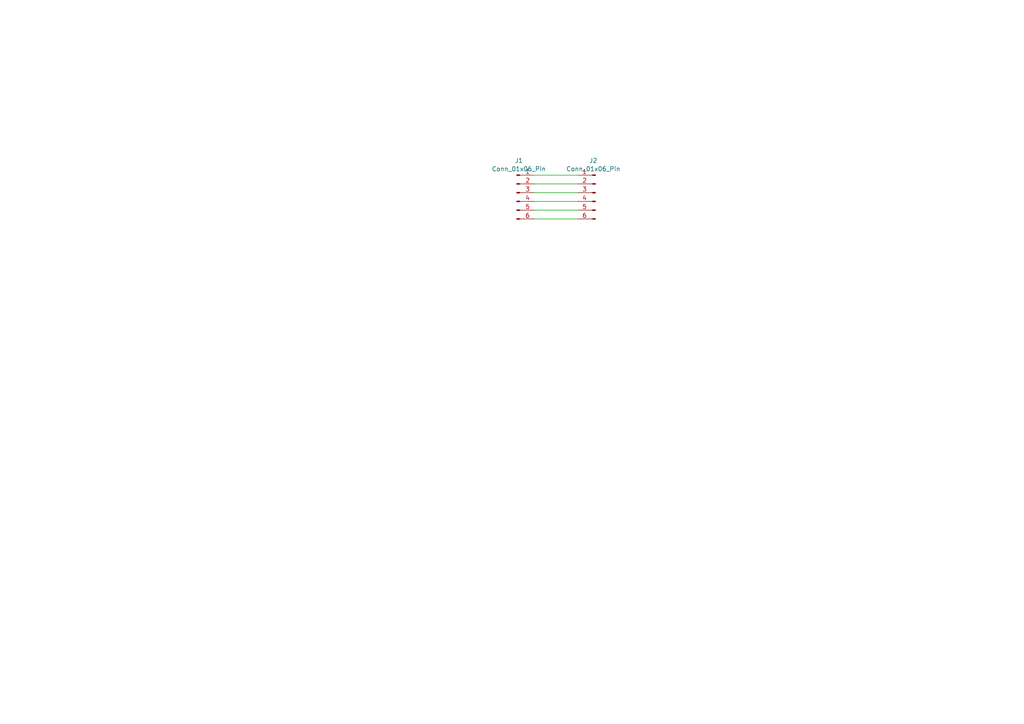
<source format=kicad_sch>
(kicad_sch (version 20230121) (generator eeschema)
  (paper "A4")
  (title_block (title "1088 PS2 single height connector loft") (date "2024-02-11") (rev "1") (company "Decent Consulting"))
  (lib_symbols
    (symbol "Connector:Conn_01x06_Pin" (pin_names (offset 1.016) hide)
      (property "Reference" "J" (at 0 7.62 0))
      (property "Value" "Conn_01x06_Pin" (at 0 -10.16 0))
      (symbol "Conn_01x06_Pin_1_1"
        (polyline (pts (xy 1.27 -7.62) (xy 0.8636 -7.62)) (stroke (width 0.1524)))
        (polyline (pts (xy 1.27 -5.08) (xy 0.8636 -5.08)) (stroke (width 0.1524)))
        (polyline (pts (xy 1.27 -2.54) (xy 0.8636 -2.54)) (stroke (width 0.1524)))
        (polyline (pts (xy 1.27 0) (xy 0.8636 0)) (stroke (width 0.1524)))
        (polyline (pts (xy 1.27 2.54) (xy 0.8636 2.54)) (stroke (width 0.1524)))
        (polyline (pts (xy 1.27 5.08) (xy 0.8636 5.08)) (stroke (width 0.1524)))
        (rectangle (start 0.8636 -7.493) (end 0 -7.747) (stroke (width 0.1524)) (fill (type outline)))
        (rectangle (start 0.8636 -4.953) (end 0 -5.207) (stroke (width 0.1524)) (fill (type outline)))
        (rectangle (start 0.8636 -2.413) (end 0 -2.667) (stroke (width 0.1524)) (fill (type outline)))
        (rectangle (start 0.8636 0.127) (end 0 -0.127) (stroke (width 0.1524)) (fill (type outline)))
        (rectangle (start 0.8636 2.667) (end 0 2.413) (stroke (width 0.1524)) (fill (type outline)))
        (rectangle (start 0.8636 5.207) (end 0 4.953) (stroke (width 0.1524)) (fill (type outline)))
        (pin passive line (at 5.08 5.08 180) (length 3.81) (name "Pin_1") (number "1"))
        (pin passive line (at 5.08 2.54 180) (length 3.81) (name "Pin_2") (number "2"))
        (pin passive line (at 5.08 0 180) (length 3.81) (name "Pin_3") (number "3"))
        (pin passive line (at 5.08 -2.54 180) (length 3.81) (name "Pin_4") (number "4"))
        (pin passive line (at 5.08 -5.08 180) (length 3.81) (name "Pin_5") (number "5"))
        (pin passive line (at 5.08 -7.62 180) (length 3.81) (name "Pin_6") (number "6"))
      )
    )
  )
  (wire (pts (xy 154.94 53.34) (xy 167.64 53.34)))
  (wire (pts (xy 154.94 60.96) (xy 167.64 60.96)))
  (wire (pts (xy 154.94 63.5) (xy 167.64 63.5)))
  (wire (pts (xy 154.94 55.88) (xy 167.64 55.88)))
  (wire (pts (xy 154.94 58.42) (xy 167.64 58.42)))
  (wire (pts (xy 154.94 50.8) (xy 167.64 50.8)))
  (symbol (lib_id "Connector:Conn_01x06_Pin") (at 172.72 55.88 0) (mirror y) (unit 1)
    (property "Reference" "J2" (at 172.085 46.5795 0))
    (property "Value" "Conn_01x06_Pin" (at 172.085 49.0037 0))
    (property "Footprint" "Library:PS2" (effects hide))
  )
  (symbol (lib_id "Connector:Conn_01x06_Pin") (at 149.86 55.88 0) (unit 1)
    (property "Reference" "J1" (at 150.495 46.5795 0))
    (property "Value" "Conn_01x06_Pin" (at 150.495 49.0037 0))
    (property "Footprint" "Library:PS2" (effects hide))
  )
)
</source>
